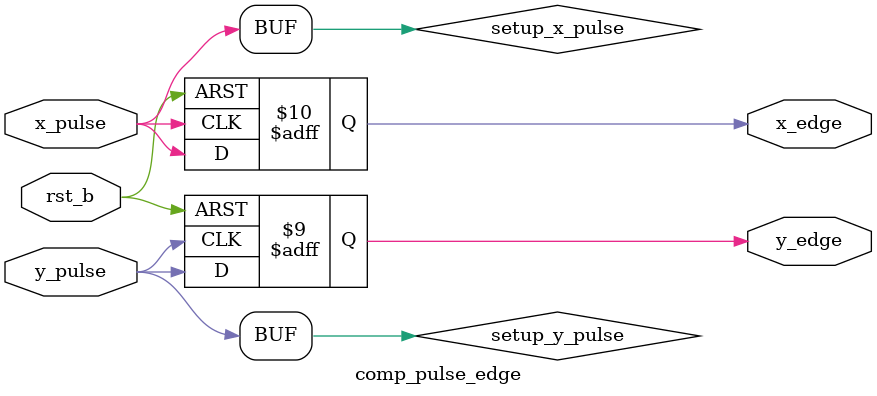
<source format=sv>
module comp_pulse_edge (
	input rst_b,
	input logic x_pulse,
	input logic y_pulse,
	output logic x_edge,
	output logic y_edge	
);

logic setup_x_pulse,setup_y_pulse;

assign setup_x_pulse = ~(~x_pulse);
assign setup_y_pulse = ~(~y_pulse);

always_ff @(posedge setup_x_pulse, negedge rst_b) begin
    if (~rst_b)
        x_edge <= 'b0;
    else
        x_edge <= x_pulse;
end

always_ff @(posedge setup_y_pulse, negedge rst_b) begin
    if (~rst_b)
        y_edge <= 'b0;
    else
        y_edge <= y_pulse;
end


endmodule
</source>
